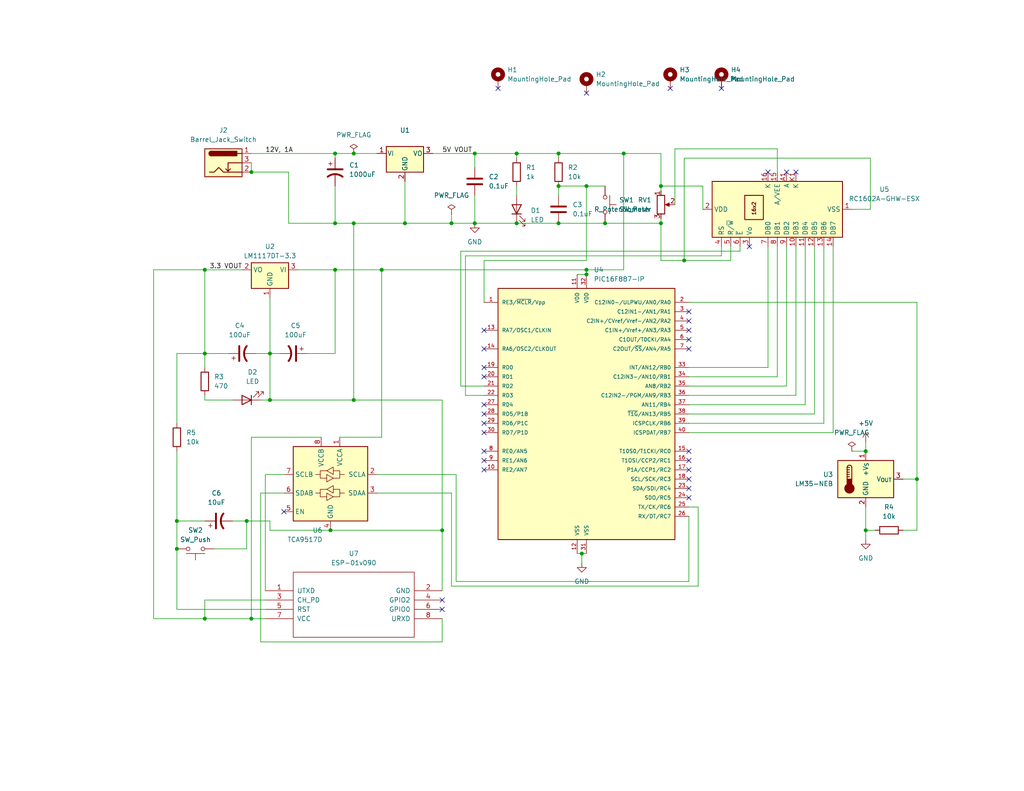
<source format=kicad_sch>
(kicad_sch (version 20250114) (generator "eeschema") (generator_version "9.0")
  (paper "USLetter")
  (title_block (title "Temperature Logger Circuit") (date "2025-07-15") (rev "1.0"))
  (lib_symbols
    (symbol "Connector:Barrel_Jack_Switch" (pin_names (hide yes))
      (property "Reference" "J" (at 0 5.334 0))
      (property "Value" "Barrel_Jack_Switch" (at 0 -5.08 0))
      (symbol "Barrel_Jack_Switch_0_1"
        (rectangle (start -5.08 3.81) (end 5.08 -3.81) (stroke (width 0.254)) (fill (type background)))
        (polyline (pts (xy -3.81 -2.54) (xy -2.54 -2.54) (xy -1.27 -1.27) (xy 0 -2.54) (xy 2.54 -2.54) (xy 5.08 -2.54)) (stroke (width 0.254)))
        (arc (start -3.302 1.905) (mid -3.9343 2.54) (end -3.302 3.175) (stroke (width 0.254)))
        (arc (start -3.302 1.905) (mid -3.9343 2.54) (end -3.302 3.175) (stroke (width 0.254)) (fill (type outline)))
        (polyline (pts (xy 1.27 -2.286) (xy 1.905 -1.651)) (stroke (width 0.254)))
        (rectangle (start 3.683 3.175) (end -3.302 1.905) (stroke (width 0.254)) (fill (type outline)))
        (polyline (pts (xy 5.08 2.54) (xy 3.81 2.54)) (stroke (width 0.254)))
        (polyline (pts (xy 5.08 0) (xy 1.27 0) (xy 1.27 -2.286) (xy 0.635 -1.651)) (stroke (width 0.254)))
      )
      (symbol "Barrel_Jack_Switch_1_1"
        (pin passive line (at 7.62 2.54 180) (length 2.54) (name "~") (number "1"))
        (pin passive line (at 7.62 0 180) (length 2.54) (name "~") (number "3"))
        (pin passive line (at 7.62 -2.54 180) (length 2.54) (name "~") (number "2"))
      )
    )
    (symbol "Device:C" (pin_numbers (hide yes)) (pin_names (offset 0.254))
      (property "Reference" "C" (at 0.635 2.54 0))
      (property "Value" "C" (at 0.635 -2.54 0))
      (symbol "C_0_1"
        (polyline (pts (xy -2.032 0.762) (xy 2.032 0.762)) (stroke (width 0.508)))
        (polyline (pts (xy -2.032 -0.762) (xy 2.032 -0.762)) (stroke (width 0.508)))
      )
      (symbol "C_1_1"
        (pin passive line (at 0 3.81 270) (length 2.794) (name "~") (number "1"))
        (pin passive line (at 0 -3.81 90) (length 2.794) (name "~") (number "2"))
      )
    )
    (symbol "Device:C_Polarized_US" (pin_numbers (hide yes)) (pin_names (offset 0.254) (hide yes))
      (property "Reference" "C" (at 0.635 2.54 0))
      (property "Value" "C_Polarized_US" (at 0.635 -2.54 0))
      (symbol "C_Polarized_US_0_1"
        (polyline (pts (xy -2.032 0.762) (xy 2.032 0.762)) (stroke (width 0.508)))
        (polyline (pts (xy -1.778 2.286) (xy -0.762 2.286)))
        (polyline (pts (xy -1.27 1.778) (xy -1.27 2.794)))
        (arc (start -2.032 -1.27) (mid 0 -0.5572) (end 2.032 -1.27) (stroke (width 0.508)))
      )
      (symbol "C_Polarized_US_1_1"
        (pin passive line (at 0 3.81 270) (length 2.794) (name "~") (number "1"))
        (pin passive line (at 0 -3.81 90) (length 3.302) (name "~") (number "2"))
      )
    )
    (symbol "Device:LED" (pin_numbers (hide yes)) (pin_names (offset 1.016) (hide yes))
      (property "Reference" "D" (at 0 2.54 0))
      (property "Value" "LED" (at 0 -2.54 0))
      (symbol "LED_0_1"
        (polyline (pts (xy -3.048 -0.762) (xy -4.572 -2.286) (xy -3.81 -2.286) (xy -4.572 -2.286) (xy -4.572 -1.524)))
        (polyline (pts (xy -1.778 -0.762) (xy -3.302 -2.286) (xy -2.54 -2.286) (xy -3.302 -2.286) (xy -3.302 -1.524)))
        (polyline (pts (xy -1.27 0) (xy 1.27 0)))
        (polyline (pts (xy -1.27 -1.27) (xy -1.27 1.27)) (stroke (width 0.254)))
        (polyline (pts (xy 1.27 -1.27) (xy 1.27 1.27) (xy -1.27 0) (xy 1.27 -1.27)) (stroke (width 0.254)))
      )
      (symbol "LED_1_1"
        (pin passive line (at -3.81 0 0) (length 2.54) (name "K") (number "1"))
        (pin passive line (at 3.81 0 180) (length 2.54) (name "A") (number "2"))
      )
    )
    (symbol "Device:R" (pin_numbers (hide yes)) (pin_names (offset 0))
      (property "Reference" "R" (at 2.032 0 90))
      (property "Value" "R" (at 0 0 90))
      (symbol "R_0_1"
        (rectangle (start -1.016 -2.54) (end 1.016 2.54) (stroke (width 0.254)))
      )
      (symbol "R_1_1"
        (pin passive line (at 0 3.81 270) (length 1.27) (name "~") (number "1"))
        (pin passive line (at 0 -3.81 90) (length 1.27) (name "~") (number "2"))
      )
    )
    (symbol "Device:R_Potentiometer" (pin_names (offset 1.016) (hide yes))
      (property "Reference" "RV" (at -4.445 0 90))
      (property "Value" "R_Potentiometer" (at -2.54 0 90))
      (symbol "R_Potentiometer_0_1"
        (rectangle (start 1.016 2.54) (end -1.016 -2.54) (stroke (width 0.254)))
        (polyline (pts (xy 1.143 0) (xy 2.286 0.508) (xy 2.286 -0.508) (xy 1.143 0)) (fill (type outline)))
        (polyline (pts (xy 2.54 0) (xy 1.524 0)))
      )
      (symbol "R_Potentiometer_1_1"
        (pin passive line (at 0 3.81 270) (length 1.27) (name "1") (number "1"))
        (pin passive line (at 0 -3.81 90) (length 1.27) (name "3") (number "3"))
        (pin passive line (at 3.81 0 180) (length 1.27) (name "2") (number "2"))
      )
    )
    (symbol "Display_Character:RC1602A-GHW-ESX"
      (property "Reference" "U" (at -5.842 19.05 0))
      (property "Value" "RC1602A-GHW-ESX" (at 3.81 19.05 0))
      (symbol "RC1602A-GHW-ESX_0_0"
        (rectangle (start -2.794 8.89) (end 3.81 3.81) (stroke (width 0.254)) (fill (type background)))
        (text "16x2" (at 0.254 6.35 0) (effects (font (size 0.9906 0.9906) (bold yes))))
      )
      (symbol "RC1602A-GHW-ESX_0_1"
        (rectangle (start -7.62 17.78) (end 7.62 -17.78) (stroke (width 0.254)) (fill (type background)))
      )
      (symbol "RC1602A-GHW-ESX_1_1"
        (pin input line (at -10.16 15.24 0) (length 2.54) (name "RS") (number "4"))
        (pin input line (at -10.16 12.7 0) (length 2.54) (name "R/~{W}") (number "5"))
        (pin input line (at -10.16 10.16 0) (length 2.54) (name "~{E}") (number "6"))
        (pin input line (at -10.16 7.62 0) (length 2.54) (name "Vo") (number "3"))
        (pin bidirectional line (at -10.16 2.54 0) (length 2.54) (name "DB0") (number "7"))
        (pin bidirectional line (at -10.16 0 0) (length 2.54) (name "DB1") (number "8"))
        (pin bidirectional line (at -10.16 -2.54 0) (length 2.54) (name "DB2") (number "9"))
        (pin bidirectional line (at -10.16 -5.08 0) (length 2.54) (name "DB3") (number "10"))
        (pin bidirectional line (at -10.16 -7.62 0) (length 2.54) (name "DB4") (number "11"))
        (pin bidirectional line (at -10.16 -10.16 0) (length 2.54) (name "DB5") (number "12"))
        (pin bidirectional line (at -10.16 -12.7 0) (length 2.54) (name "DB6") (number "13"))
        (pin bidirectional line (at -10.16 -15.24 0) (length 2.54) (name "DB7") (number "14"))
        (pin power_in line (at 0 20.32 270) (length 2.54) (name "VDD") (number "2"))
        (pin power_in line (at 0 -20.32 90) (length 2.54) (name "VSS") (number "1"))
        (pin passive line (at 10.16 2.54 180) (length 2.54) (name "K") (number "16"))
        (pin passive line (at 10.16 0 180) (length 2.54) (name "A/VEE") (number "15"))
        (pin passive line (at 10.16 -2.54 180) (length 2.54) (name "A") (number "A1"))
        (pin passive line (at 10.16 -5.08 180) (length 2.54) (name "K") (number "K1"))
      )
    )
    (symbol "ESP8266:ESP-01v090" (pin_names (offset 1.016))
      (property "Reference" "U" (at 0 -2.54 0))
      (property "Value" "ESP-01v090" (at 0 2.54 0))
      (symbol "ESP-01v090_1_0"
        (rectangle (start -16.51 -8.89) (end 16.51 8.89))
      )
      (symbol "ESP-01v090_1_1"
        (pin output line (at -24.13 3.81 0) (length 7.62) (name "UTXD") (number "1"))
        (pin input line (at -24.13 1.27 0) (length 7.62) (name "CH_PD") (number "3"))
        (pin input line (at -24.13 -1.27 0) (length 7.62) (name "RST") (number "5"))
        (pin power_in line (at -24.13 -3.81 0) (length 7.62) (name "VCC") (number "7"))
        (pin power_in line (at 24.13 3.81 180) (length 7.62) (name "GND") (number "2"))
        (pin tri_state line (at 24.13 1.27 180) (length 7.62) (name "GPIO2") (number "4"))
        (pin tri_state line (at 24.13 -1.27 180) (length 7.62) (name "GPIO0") (number "6"))
        (pin input line (at 24.13 -3.81 180) (length 7.62) (name "URXD") (number "8"))
      )
    )
    (symbol "Logic_LevelTranslator:TCA9517D"
      (property "Reference" "U" (at -10.16 11.43 0))
      (property "Value" "TCA9517D" (at 1.27 -11.43 0))
      (symbol "TCA9517D_1_1"
        (rectangle (start -10.16 10.16) (end 10.16 -10.16) (stroke (width 0.254)) (fill (type background)))
        (polyline (pts (xy -2.54 2.54) (xy -2.54 3.556) (xy -0.762 3.556)))
        (polyline (pts (xy -2.54 -2.54) (xy -2.54 -1.524) (xy -0.762 -1.524)))
        (polyline (pts (xy -0.762 2.54) (xy -0.762 4.572) (xy 1.016 3.556) (xy -0.762 2.54)))
        (polyline (pts (xy -0.762 1.524) (xy -2.54 1.524) (xy -2.54 2.54) (xy -3.81 2.54)))
        (polyline (pts (xy -0.762 -2.54) (xy -0.762 -0.508) (xy 1.016 -1.524) (xy -0.762 -2.54)))
        (polyline (pts (xy -0.762 -3.556) (xy -2.54 -3.556) (xy -2.54 -2.54) (xy -3.81 -2.54)))
        (polyline (pts (xy 1.016 3.556) (xy 2.794 3.556) (xy 2.794 2.54) (xy 4.064 2.54)))
        (polyline (pts (xy 1.016 2.54) (xy 1.016 0.762) (xy 1.016 0.508) (xy -0.762 1.524) (xy 1.016 2.54)))
        (polyline (pts (xy 1.016 -1.524) (xy 2.794 -1.524) (xy 2.794 -2.54) (xy 4.064 -2.54)))
        (polyline (pts (xy 1.016 -2.54) (xy 1.016 -4.318) (xy 1.016 -4.572) (xy -0.762 -3.556) (xy 1.016 -2.54)))
        (polyline (pts (xy 2.794 2.54) (xy 2.794 1.524) (xy 1.016 1.524)))
        (polyline (pts (xy 2.794 -2.54) (xy 2.794 -3.556) (xy 1.016 -3.556)))
        (pin bidirectional line (at -12.7 2.54 0) (length 2.54) (name "SCLA") (number "2"))
        (pin bidirectional line (at -12.7 -2.54 0) (length 2.54) (name "SDAA") (number "3"))
        (pin power_in line (at -2.54 12.7 270) (length 2.54) (name "VCCA") (number "1"))
        (pin power_in line (at 0 -12.7 90) (length 2.54) (name "GND") (number "4"))
        (pin power_in line (at 2.54 12.7 270) (length 2.54) (name "VCCB") (number "8"))
        (pin bidirectional line (at 12.7 2.54 180) (length 2.54) (name "SCLB") (number "7"))
        (pin bidirectional line (at 12.7 -2.54 180) (length 2.54) (name "SDAB") (number "6"))
        (pin passive line (at 12.7 -7.62 180) (length 2.54) (name "EN") (number "5"))
      )
    )
    (symbol "MCU_Microchip_PIC16:PIC16F887-IP" (pin_names (offset 1.016))
      (property "Reference" "U" (at 6.35 38.1 0))
      (property "Value" "PIC16F887-IP" (at 6.35 35.56 0))
      (symbol "PIC16F887-IP_0_1"
        (rectangle (start -24.13 -34.29) (end 24.13 34.29) (stroke (width 0.254)) (fill (type background)))
      )
      (symbol "PIC16F887-IP_1_1"
        (pin input line (at -27.94 30.48 0) (length 3.81) (name "RE3/~{MCLR}/Vpp") (number "1"))
        (pin bidirectional line (at -27.94 22.86 0) (length 3.81) (name "RA7/OSC1/CLKIN") (number "13"))
        (pin bidirectional line (at -27.94 17.78 0) (length 3.81) (name "RA6/OSC2/CLKOUT") (number "14"))
        (pin bidirectional line (at -27.94 12.7 0) (length 3.81) (name "RD0") (number "19"))
        (pin bidirectional line (at -27.94 10.16 0) (length 3.81) (name "RD1") (number "20"))
        (pin bidirectional line (at -27.94 7.62 0) (length 3.81) (name "RD2") (number "21"))
        (pin bidirectional line (at -27.94 5.08 0) (length 3.81) (name "RD3") (number "22"))
        (pin bidirectional line (at -27.94 2.54 0) (length 3.81) (name "RD4") (number "27"))
        (pin bidirectional line (at -27.94 0 0) (length 3.81) (name "RD5/P1B") (number "28"))
        (pin bidirectional line (at -27.94 -2.54 0) (length 3.81) (name "RD6/P1C") (number "29"))
        (pin bidirectional line (at -27.94 -5.08 0) (length 3.81) (name "RD7/P1D") (number "30"))
        (pin bidirectional line (at -27.94 -10.16 0) (length 3.81) (name "RE0/AN5") (number "8"))
        (pin bidirectional line (at -27.94 -12.7 0) (length 3.81) (name "RE1/AN6") (number "9"))
        (pin bidirectional line (at -27.94 -15.24 0) (length 3.81) (name "RE2/AN7") (number "10"))
        (pin power_in line (at -2.54 38.1 270) (length 3.81) (name "VDD") (number "11"))
        (pin power_in line (at -2.54 -38.1 90) (length 3.81) (name "VSS") (number "12"))
        (pin power_in line (at 0 38.1 270) (length 3.81) (name "VDD") (number "32"))
        (pin power_in line (at 0 -38.1 90) (length 3.81) (name "VSS") (number "31"))
        (pin bidirectional line (at 27.94 30.48 180) (length 3.81) (name "C12IN0-/ULPWU/AN0/RA0") (number "2"))
        (pin bidirectional line (at 27.94 27.94 180) (length 3.81) (name "C12IN1-/AN1/RA1") (number "3"))
        (pin bidirectional line (at 27.94 25.4 180) (length 3.81) (name "C2IN+/CVref/Vref-/AN2/RA2") (number "4"))
        (pin bidirectional line (at 27.94 22.86 180) (length 3.81) (name "C1IN+/Vref+/AN3/RA3") (number "5"))
        (pin bidirectional line (at 27.94 20.32 180) (length 3.81) (name "C1OUT/T0CKI/RA4") (number "6"))
        (pin bidirectional line (at 27.94 17.78 180) (length 3.81) (name "C2OUT/~{SS}/AN4/RA5") (number "7"))
        (pin bidirectional line (at 27.94 12.7 180) (length 3.81) (name "INT/AN12/RB0") (number "33"))
        (pin bidirectional line (at 27.94 10.16 180) (length 3.81) (name "C12IN3-/AN10/RB1") (number "34"))
        (pin bidirectional line (at 27.94 7.62 180) (length 3.81) (name "AN8/RB2") (number "35"))
        (pin bidirectional line (at 27.94 5.08 180) (length 3.81) (name "C12IN2-/PGM/AN9/RB3") (number "36"))
        (pin bidirectional line (at 27.94 2.54 180) (length 3.81) (name "AN11/RB4") (number "37"))
        (pin bidirectional line (at 27.94 0 180) (length 3.81) (name "~{T1G}/AN13/RB5") (number "38"))
        (pin bidirectional line (at 27.94 -2.54 180) (length 3.81) (name "ICSPCLK/RB6") (number "39"))
        (pin bidirectional line (at 27.94 -5.08 180) (length 3.81) (name "ICSPDAT/RB7") (number "40"))
        (pin bidirectional line (at 27.94 -10.16 180) (length 3.81) (name "T10S0/T1CKI/RC0") (number "15"))
        (pin bidirectional line (at 27.94 -12.7 180) (length 3.81) (name "T1OSI/CCP2/RC1") (number "16"))
        (pin bidirectional line (at 27.94 -15.24 180) (length 3.81) (name "P1A/CCP1/RC2") (number "17"))
        (pin bidirectional line (at 27.94 -17.78 180) (length 3.81) (name "SCL/SCK/RC3") (number "18"))
        (pin bidirectional line (at 27.94 -20.32 180) (length 3.81) (name "SDA/SDI/RC4") (number "23"))
        (pin bidirectional line (at 27.94 -22.86 180) (length 3.81) (name "SDO/RC5") (number "24"))
        (pin bidirectional line (at 27.94 -25.4 180) (length 3.81) (name "TX/CK/RC6") (number "25"))
        (pin bidirectional line (at 27.94 -27.94 180) (length 3.81) (name "RX/DT/RC7") (number "26"))
      )
    )
    (symbol "Mechanical:MountingHole_Pad" (pin_numbers (hide yes)) (pin_names (offset 1.016) (hide yes)) (in_bom no)
      (property "Reference" "H" (at 0 6.35 0))
      (property "Value" "MountingHole_Pad" (at 0 4.445 0))
      (symbol "MountingHole_Pad_0_1"
        (circle (center 0 1.27) (radius 1.27) (stroke (width 1.27)))
      )
      (symbol "MountingHole_Pad_1_1"
        (pin input line (at 0 -2.54 90) (length 2.54) (name "1") (number "1"))
      )
    )
    (symbol "Regulator_Linear:LM1117DT-3.3"
      (property "Reference" "U" (at -3.81 3.175 0))
      (property "Value" "LM1117DT-3.3" (at 0 3.175 0))
      (symbol "LM1117DT-3.3_0_1"
        (rectangle (start -5.08 -5.08) (end 5.08 1.905) (stroke (width 0.254)) (fill (type background)))
      )
      (symbol "LM1117DT-3.3_1_1"
        (pin power_in line (at -7.62 0 0) (length 2.54) (name "VI") (number "3"))
        (pin power_in line (at 0 -7.62 90) (length 2.54) (name "GND") (number "1"))
        (pin power_out line (at 7.62 0 180) (length 2.54) (name "VO") (number "2"))
      )
    )
    (symbol "Regulator_Linear:LM7805_TO220" (pin_names (offset 0.254))
      (property "Reference" "U" (at -3.81 3.175 0))
      (property "Value" "LM7805_TO220" (at 0 3.175 0))
      (symbol "LM7805_TO220_0_1"
        (rectangle (start -5.08 1.905) (end 5.08 -5.08) (stroke (width 0.254)) (fill (type background)))
      )
      (symbol "LM7805_TO220_1_1"
        (pin power_in line (at -7.62 0 0) (length 2.54) (name "VI") (number "1"))
        (pin power_in line (at 0 -7.62 90) (length 2.54) (name "GND") (number "2"))
        (pin power_out line (at 7.62 0 180) (length 2.54) (name "VO") (number "3"))
      )
    )
    (symbol "Sensor_Temperature:LM35-NEB"
      (property "Reference" "U" (at -6.35 6.35 0))
      (property "Value" "LM35-NEB" (at 1.27 6.35 0))
      (symbol "LM35-NEB_0_1"
        (rectangle (start -7.62 5.08) (end 7.62 -5.08) (stroke (width 0.254)) (fill (type background)))
        (polyline (pts (xy -5.08 3.175) (xy -5.08 0)) (stroke (width 0.254)))
        (polyline (pts (xy -5.08 3.175) (xy -4.445 3.175)) (stroke (width 0.254)))
        (polyline (pts (xy -5.08 2.54) (xy -4.445 2.54)) (stroke (width 0.254)))
        (polyline (pts (xy -5.08 1.905) (xy -4.445 1.905)) (stroke (width 0.254)))
        (polyline (pts (xy -5.08 1.27) (xy -4.445 1.27)) (stroke (width 0.254)))
        (polyline (pts (xy -5.08 0.635) (xy -4.445 0.635)) (stroke (width 0.254)))
        (arc (start -5.08 3.175) (mid -4.445 3.8073) (end -3.81 3.175) (stroke (width 0.254)))
        (circle (center -4.445 -2.54) (radius 1.27) (stroke (width 0.254)) (fill (type outline)))
        (polyline (pts (xy -3.81 3.175) (xy -3.81 0)) (stroke (width 0.254)))
        (rectangle (start -3.81 -1.905) (end -5.08 0) (stroke (width 0.254)) (fill (type outline)))
      )
      (symbol "LM35-NEB_1_1"
        (pin power_in line (at 0 7.62 270) (length 2.54) (name "+V_{S}") (number "1"))
        (pin power_in line (at 0 -7.62 90) (length 2.54) (name "GND") (number "2"))
        (pin output line (at 10.16 0 180) (length 2.54) (name "V_{OUT}") (number "3"))
      )
    )
    (symbol "Switch:SW_Push" (pin_numbers (hide yes)) (pin_names (offset 1.016) (hide yes))
      (property "Reference" "SW" (at 1.27 2.54 0))
      (property "Value" "SW_Push" (at 0 -1.524 0))
      (symbol "SW_Push_0_1"
        (circle (center -2.032 0) (radius 0.508))
        (polyline (pts (xy 0 1.27) (xy 0 3.048)))
        (circle (center 2.032 0) (radius 0.508))
        (polyline (pts (xy 2.54 1.27) (xy -2.54 1.27)))
        (pin passive line (at -5.08 0 0) (length 2.54) (name "1") (number "1"))
        (pin passive line (at 5.08 0 180) (length 2.54) (name "2") (number "2"))
      )
    )
    (symbol "power:+5V" (power) (pin_numbers (hide yes)) (pin_names (offset 0) (hide yes))
      (property "Value" "+5V" (at 0 3.556 0))
      (symbol "+5V_0_1"
        (polyline (pts (xy -0.762 1.27) (xy 0 2.54)))
        (polyline (pts (xy 0 2.54) (xy 0.762 1.27)))
        (polyline (pts (xy 0 0) (xy 0 2.54)))
      )
      (symbol "+5V_1_1"
        (pin power_in line (at 0 0 90) (length 0) (name "~") (number "1"))
      )
    )
    (symbol "power:GND" (power) (pin_numbers (hide yes)) (pin_names (offset 0) (hide yes))
      (property "Value" "GND" (at 0 -3.81 0))
      (symbol "GND_0_1"
        (polyline (pts (xy 0 0) (xy 0 -1.27) (xy 1.27 -1.27) (xy 0 -2.54) (xy -1.27 -1.27) (xy 0 -1.27)))
      )
      (symbol "GND_1_1"
        (pin power_in line (at 0 0 270) (length 0) (name "~") (number "1"))
      )
    )
    (symbol "power:PWR_FLAG" (power) (pin_numbers (hide yes)) (pin_names (offset 0) (hide yes))
      (property "Value" "PWR_FLAG" (at 0 3.81 0))
      (symbol "PWR_FLAG_0_0"
        (pin power_out line (at 0 0 90) (length 0) (name "~") (number "1"))
      )
      (symbol "PWR_FLAG_0_1"
        (polyline (pts (xy 0 0) (xy 0 1.27) (xy -1.016 1.905) (xy 0 2.54) (xy 1.016 1.905) (xy 0 1.27)))
      )
    )
  )
  (junction (at 129.54 60.96))
  (junction (at 55.88 168.91))
  (junction (at 129.54 41.91))
  (junction (at 236.22 144.78))
  (junction (at 91.44 41.91))
  (junction (at 67.31 142.24))
  (junction (at 120.65 144.78))
  (junction (at 152.4 50.8))
  (junction (at 96.52 60.96))
  (junction (at 90.17 144.78))
  (junction (at 91.44 73.66))
  (junction (at 73.66 109.22))
  (junction (at 140.97 60.96))
  (junction (at 96.52 109.22))
  (junction (at 110.49 60.96))
  (junction (at 55.88 96.52))
  (junction (at 250.19 130.81))
  (junction (at 96.52 41.91))
  (junction (at 91.44 60.96))
  (junction (at 236.22 123.19))
  (junction (at 152.4 41.91))
  (junction (at 160.02 73.66))
  (junction (at 68.58 168.91))
  (junction (at 73.66 96.52))
  (junction (at 68.58 46.99))
  (junction (at 170.18 41.91))
  (junction (at 48.26 149.86))
  (junction (at 123.19 60.96))
  (junction (at 140.97 41.91))
  (junction (at 186.69 71.12))
  (junction (at 104.14 73.66))
  (junction (at 158.75 151.13))
  (junction (at 48.26 142.24))
  (junction (at 160.02 74.93))
  (junction (at 160.02 50.8))
  (junction (at 55.88 73.66))
  (junction (at 180.34 50.8))
  (junction (at 165.1 60.96))
  (junction (at 180.34 60.96))
  (junction (at 152.4 60.96))
  (no_connect (at 187.96 125.73))
  (no_connect (at 77.47 139.7))
  (no_connect (at 132.08 128.27))
  (no_connect (at 187.96 85.09))
  (no_connect (at 217.17 46.99))
  (no_connect (at 132.08 95.25))
  (no_connect (at 132.08 90.17))
  (no_connect (at 132.08 110.49))
  (no_connect (at 120.65 163.83))
  (no_connect (at 196.85 24.13))
  (no_connect (at 214.63 46.99))
  (no_connect (at 132.08 115.57))
  (no_connect (at 132.08 100.33))
  (no_connect (at 187.96 135.89))
  (no_connect (at 135.89 24.13))
  (no_connect (at 209.55 46.99))
  (no_connect (at 187.96 87.63))
  (no_connect (at 187.96 130.81))
  (no_connect (at 187.96 95.25))
  (no_connect (at 187.96 133.35))
  (no_connect (at 132.08 102.87))
  (no_connect (at 132.08 123.19))
  (no_connect (at 187.96 92.71))
  (no_connect (at 132.08 118.11))
  (no_connect (at 187.96 90.17))
  (no_connect (at 187.96 128.27))
  (no_connect (at 160.02 25.4))
  (no_connect (at 182.88 24.13))
  (no_connect (at 120.65 166.37))
  (no_connect (at 204.47 67.31))
  (no_connect (at 187.96 123.19))
  (no_connect (at 132.08 125.73))
  (no_connect (at 132.08 113.03))
  (wire (pts (xy 68.58 41.91) (xy 91.44 41.91)))
  (wire (pts (xy 187.96 82.55) (xy 250.19 82.55)))
  (wire (pts (xy 71.12 175.26) (xy 120.65 175.26)))
  (wire (pts (xy 110.49 60.96) (xy 96.52 60.96)))
  (wire (pts (xy 246.38 144.78) (xy 250.19 144.78)))
  (wire (pts (xy 214.63 105.41) (xy 187.96 105.41)))
  (wire (pts (xy 123.19 60.96) (xy 110.49 60.96)))
  (wire (pts (xy 91.44 96.52) (xy 83.82 96.52)))
  (wire (pts (xy 180.34 50.8) (xy 180.34 41.91)))
  (wire (pts (xy 222.25 67.31) (xy 222.25 113.03)))
  (wire (pts (xy 120.65 144.78) (xy 120.65 161.29)))
  (wire (pts (xy 224.79 67.31) (xy 224.79 115.57)))
  (wire (pts (xy 170.18 73.66) (xy 170.18 41.91)))
  (wire (pts (xy 71.12 134.62) (xy 71.12 175.26)))
  (wire (pts (xy 55.88 73.66) (xy 55.88 96.52)))
  (wire (pts (xy 127 69.85) (xy 196.85 69.85)))
  (wire (pts (xy 237.49 57.15) (xy 232.41 57.15)))
  (wire (pts (xy 160.02 50.8) (xy 165.1 50.8)))
  (wire (pts (xy 152.4 50.8) (xy 160.02 50.8)))
  (wire (pts (xy 78.74 46.99) (xy 78.74 60.96)))
  (wire (pts (xy 73.66 109.22) (xy 96.52 109.22)))
  (wire (pts (xy 72.39 161.29) (xy 72.39 129.54)))
  (wire (pts (xy 227.33 118.11) (xy 187.96 118.11)))
  (wire (pts (xy 238.76 144.78) (xy 236.22 144.78)))
  (wire (pts (xy 152.4 41.91) (xy 140.97 41.91)))
  (wire (pts (xy 96.52 60.96) (xy 91.44 60.96)))
  (wire (pts (xy 201.93 67.31) (xy 201.93 68.58)))
  (wire (pts (xy 186.69 43.18) (xy 237.49 43.18)))
  (wire (pts (xy 125.73 105.41) (xy 125.73 68.58)))
  (wire (pts (xy 91.44 60.96) (xy 78.74 60.96)))
  (wire (pts (xy 152.4 50.8) (xy 152.4 53.34)))
  (wire (pts (xy 123.19 134.62) (xy 123.19 160.02)))
  (wire (pts (xy 127 107.95) (xy 132.08 107.95)))
  (wire (pts (xy 160.02 71.12) (xy 132.08 71.12)))
  (wire (pts (xy 232.41 123.19) (xy 236.22 123.19)))
  (wire (pts (xy 41.91 168.91) (xy 41.91 73.66)))
  (wire (pts (xy 132.08 71.12) (xy 132.08 82.55)))
  (wire (pts (xy 222.25 113.03) (xy 187.96 113.03)))
  (wire (pts (xy 187.96 140.97) (xy 187.96 158.75)))
  (wire (pts (xy 187.96 158.75) (xy 124.46 158.75)))
  (wire (pts (xy 199.39 71.12) (xy 186.69 71.12)))
  (wire (pts (xy 48.26 96.52) (xy 48.26 115.57)))
  (wire (pts (xy 55.88 96.52) (xy 62.23 96.52)))
  (wire (pts (xy 123.19 60.96) (xy 129.54 60.96)))
  (wire (pts (xy 184.15 40.64) (xy 184.15 55.88)))
  (wire (pts (xy 191.77 57.15) (xy 191.77 50.8)))
  (wire (pts (xy 48.26 142.24) (xy 55.88 142.24)))
  (wire (pts (xy 219.71 110.49) (xy 187.96 110.49)))
  (wire (pts (xy 212.09 40.64) (xy 184.15 40.64)))
  (wire (pts (xy 190.5 160.02) (xy 190.5 138.43)))
  (wire (pts (xy 41.91 73.66) (xy 55.88 73.66)))
  (wire (pts (xy 224.79 115.57) (xy 187.96 115.57)))
  (wire (pts (xy 91.44 43.18) (xy 91.44 41.91)))
  (wire (pts (xy 68.58 46.99) (xy 78.74 46.99)))
  (wire (pts (xy 73.66 96.52) (xy 76.2 96.52)))
  (wire (pts (xy 237.49 43.18) (xy 237.49 57.15)))
  (wire (pts (xy 73.66 81.28) (xy 73.66 96.52)))
  (wire (pts (xy 129.54 60.96) (xy 140.97 60.96)))
  (wire (pts (xy 160.02 50.8) (xy 160.02 71.12)))
  (wire (pts (xy 91.44 73.66) (xy 91.44 96.52)))
  (wire (pts (xy 120.65 175.26) (xy 120.65 168.91)))
  (wire (pts (xy 120.65 109.22) (xy 96.52 109.22)))
  (wire (pts (xy 55.88 163.83) (xy 55.88 168.91)))
  (wire (pts (xy 180.34 41.91) (xy 170.18 41.91)))
  (wire (pts (xy 160.02 73.66) (xy 160.02 74.93)))
  (wire (pts (xy 67.31 149.86) (xy 67.31 142.24)))
  (wire (pts (xy 110.49 49.53) (xy 110.49 60.96)))
  (wire (pts (xy 91.44 41.91) (xy 96.52 41.91)))
  (wire (pts (xy 123.19 58.42) (xy 123.19 60.96)))
  (wire (pts (xy 123.19 160.02) (xy 190.5 160.02)))
  (wire (pts (xy 72.39 168.91) (xy 68.58 168.91)))
  (wire (pts (xy 104.14 73.66) (xy 160.02 73.66)))
  (wire (pts (xy 180.34 60.96) (xy 165.1 60.96)))
  (wire (pts (xy 250.19 82.55) (xy 250.19 130.81)))
  (wire (pts (xy 102.87 134.62) (xy 123.19 134.62)))
  (wire (pts (xy 55.88 109.22) (xy 55.88 107.95)))
  (wire (pts (xy 73.66 142.24) (xy 73.66 144.78)))
  (wire (pts (xy 96.52 41.91) (xy 102.87 41.91)))
  (wire (pts (xy 55.88 168.91) (xy 41.91 168.91)))
  (wire (pts (xy 127 69.85) (xy 127 107.95)))
  (wire (pts (xy 180.34 52.07) (xy 180.34 50.8)))
  (wire (pts (xy 214.63 67.31) (xy 214.63 105.41)))
  (wire (pts (xy 48.26 166.37) (xy 48.26 149.86)))
  (wire (pts (xy 140.97 43.18) (xy 140.97 41.91)))
  (wire (pts (xy 160.02 73.66) (xy 170.18 73.66)))
  (wire (pts (xy 48.26 142.24) (xy 48.26 149.86)))
  (wire (pts (xy 55.88 96.52) (xy 55.88 100.33)))
  (wire (pts (xy 160.02 151.13) (xy 158.75 151.13)))
  (wire (pts (xy 180.34 50.8) (xy 191.77 50.8)))
  (wire (pts (xy 236.22 144.78) (xy 236.22 147.32)))
  (wire (pts (xy 104.14 119.38) (xy 104.14 73.66)))
  (wire (pts (xy 209.55 100.33) (xy 187.96 100.33)))
  (wire (pts (xy 68.58 168.91) (xy 55.88 168.91)))
  (wire (pts (xy 48.26 123.19) (xy 48.26 142.24)))
  (wire (pts (xy 96.52 109.22) (xy 96.52 60.96)))
  (wire (pts (xy 152.4 60.96) (xy 165.1 60.96)))
  (wire (pts (xy 58.42 149.86) (xy 67.31 149.86)))
  (wire (pts (xy 81.28 73.66) (xy 91.44 73.66)))
  (wire (pts (xy 125.73 68.58) (xy 201.93 68.58)))
  (wire (pts (xy 118.11 41.91) (xy 129.54 41.91)))
  (wire (pts (xy 199.39 67.31) (xy 199.39 71.12)))
  (wire (pts (xy 152.4 43.18) (xy 152.4 41.91)))
  (wire (pts (xy 186.69 71.12) (xy 186.69 43.18)))
  (wire (pts (xy 67.31 142.24) (xy 73.66 142.24)))
  (wire (pts (xy 87.63 119.38) (xy 68.58 119.38)))
  (wire (pts (xy 68.58 44.45) (xy 68.58 46.99)))
  (wire (pts (xy 190.5 138.43) (xy 187.96 138.43)))
  (wire (pts (xy 180.34 59.69) (xy 180.34 60.96)))
  (wire (pts (xy 55.88 96.52) (xy 48.26 96.52)))
  (wire (pts (xy 124.46 129.54) (xy 102.87 129.54)))
  (wire (pts (xy 227.33 67.31) (xy 227.33 118.11)))
  (wire (pts (xy 125.73 105.41) (xy 132.08 105.41)))
  (wire (pts (xy 90.17 144.78) (xy 120.65 144.78)))
  (wire (pts (xy 212.09 67.31) (xy 212.09 102.87)))
  (wire (pts (xy 72.39 163.83) (xy 55.88 163.83)))
  (wire (pts (xy 73.66 144.78) (xy 90.17 144.78)))
  (wire (pts (xy 140.97 60.96) (xy 152.4 60.96)))
  (wire (pts (xy 129.54 53.34) (xy 129.54 60.96)))
  (wire (pts (xy 180.34 71.12) (xy 186.69 71.12)))
  (wire (pts (xy 72.39 129.54) (xy 77.47 129.54)))
  (wire (pts (xy 91.44 50.8) (xy 91.44 60.96)))
  (wire (pts (xy 219.71 67.31) (xy 219.71 110.49)))
  (wire (pts (xy 140.97 50.8) (xy 140.97 53.34)))
  (wire (pts (xy 71.12 109.22) (xy 73.66 109.22)))
  (wire (pts (xy 129.54 41.91) (xy 129.54 45.72)))
  (wire (pts (xy 77.47 134.62) (xy 71.12 134.62)))
  (wire (pts (xy 91.44 73.66) (xy 104.14 73.66)))
  (wire (pts (xy 217.17 67.31) (xy 217.17 107.95)))
  (wire (pts (xy 73.66 109.22) (xy 73.66 96.52)))
  (wire (pts (xy 158.75 151.13) (xy 158.75 153.67)))
  (wire (pts (xy 67.31 142.24) (xy 63.5 142.24)))
  (wire (pts (xy 124.46 158.75) (xy 124.46 129.54)))
  (wire (pts (xy 209.55 67.31) (xy 209.55 100.33)))
  (wire (pts (xy 55.88 73.66) (xy 66.04 73.66)))
  (wire (pts (xy 250.19 130.81) (xy 246.38 130.81)))
  (wire (pts (xy 63.5 109.22) (xy 55.88 109.22)))
  (wire (pts (xy 236.22 138.43) (xy 236.22 144.78)))
  (wire (pts (xy 120.65 144.78) (xy 120.65 109.22)))
  (wire (pts (xy 140.97 41.91) (xy 129.54 41.91)))
  (wire (pts (xy 212.09 46.99) (xy 212.09 40.64)))
  (wire (pts (xy 236.22 120.65) (xy 236.22 123.19)))
  (wire (pts (xy 92.71 119.38) (xy 104.14 119.38)))
  (wire (pts (xy 250.19 144.78) (xy 250.19 130.81)))
  (wire (pts (xy 68.58 119.38) (xy 68.58 168.91)))
  (wire (pts (xy 157.48 151.13) (xy 158.75 151.13)))
  (wire (pts (xy 69.85 96.52) (xy 73.66 96.52)))
  (wire (pts (xy 180.34 60.96) (xy 180.34 71.12)))
  (wire (pts (xy 152.4 41.91) (xy 170.18 41.91)))
  (wire (pts (xy 72.39 166.37) (xy 48.26 166.37)))
  (wire (pts (xy 196.85 67.31) (xy 196.85 69.85)))
  (wire (pts (xy 217.17 107.95) (xy 187.96 107.95)))
  (wire (pts (xy 212.09 102.87) (xy 187.96 102.87)))
  (wire (pts (xy 157.48 74.93) (xy 160.02 74.93)))
  (label "3.3 VOUT" (at 57.15 73.66 0))
  (label "5V VOUT" (at 120.65 41.91 0))
  (label "12V, 1A" (at 72.39 41.91 0))
  (symbol (lib_id "Logic_LevelTranslator:TCA9517D") (at 90.17 132.08 0) (mirror y) (unit 1)
    (property "Reference" "U6" (at 88.0267 144.78 0) (effects (justify left)))
    (property "Value" "TCA9517D" (at 88.0267 147.32 0) (effects (justify left)))
    (property "Footprint" "Package_SO:SOIC-8_3.9x4.9mm_P1.27mm" (effects (hide yes)))
    (property "Datasheet" "https://www.ti.com/lit/ds/symlink/tca9517.pdf" (effects (hide yes)))
    (property "Description" "Level-Translating I2C Bus Buffer/Repeater With Enable Function, SOIC-8" (effects (hide yes)))
  )
  (symbol (lib_id "Mechanical:MountingHole_Pad") (at 160.02 22.86 0) (unit 1) (in_bom no)
    (property "Reference" "H2" (at 162.56 20.3199 0) (effects (justify left)))
    (property "Value" "MountingHole_Pad" (at 162.56 22.8599 0) (effects (justify left)))
    (property "Footprint" "MountingHole:MountingHole_3.2mm_M3_DIN965_Pad" (effects (hide yes)))
    (property "Description" "Mounting Hole with connection" (effects (hide yes)))
  )
  (symbol (lib_id "Mechanical:MountingHole_Pad") (at 135.89 21.59 0) (unit 1) (in_bom no)
    (property "Reference" "H1" (at 138.43 19.0499 0) (effects (justify left)))
    (property "Value" "MountingHole_Pad" (at 138.43 21.5899 0) (effects (justify left)))
    (property "Footprint" "MountingHole:MountingHole_3.2mm_M3_DIN965_Pad" (effects (hide yes)))
    (property "Description" "Mounting Hole with connection" (effects (hide yes)))
  )
  (symbol (lib_id "ESP8266:ESP-01v090") (at 96.52 165.1 0) (unit 1)
    (property "Reference" "U7" (at 96.52 151.13 0))
    (property "Value" "ESP-01v090" (at 96.52 153.67 0))
    (property "Footprint" "ESP8266:ESP-01" (effects (hide yes)))
    (property "Datasheet" "http://l0l.org.uk/2014/12/esp8266-modules-hardware-guide-gotta-catch-em-all/" (effects (hide yes)))
    (property "Description" "ESP8266 ESP-01 module, v090" (effects (hide yes)))
  )
  (symbol (lib_id "Device:C_Polarized_US") (at 66.04 96.52 90) (unit 1)
    (property "Reference" "C4" (at 65.405 88.9 90))
    (property "Value" "100uF" (at 65.405 91.44 90))
    (property "Footprint" "Capacitor_THT:CP_Axial_L10.0mm_D4.5mm_P15.00mm_Horizontal" (effects (hide yes)))
    (property "Description" "Polarized capacitor, US symbol" (effects (hide yes)))
  )
  (symbol (lib_id "Switch:SW_Push") (at 165.1 55.88 270) (unit 1)
    (property "Reference" "SW1" (at 168.91 54.6099 90) (effects (justify left)))
    (property "Value" "SW_Push" (at 168.91 57.1499 90) (effects (justify left)))
    (property "Footprint" "Button_Switch_THT:SW_PUSH_6mm_H4.3mm" (effects (hide yes)))
    (property "Description" "Push button switch, generic, two pins" (effects (hide yes)))
  )
  (symbol (lib_id "power:PWR_FLAG") (at 232.41 123.19 0) (unit 1)
    (property "Reference" "#FLG03" (effects (hide yes)))
    (property "Value" "PWR_FLAG" (at 232.41 118.11 0))
    (property "Description" "Special symbol for telling ERC where power comes from" (effects (hide yes)))
  )
  (symbol (lib_id "power:PWR_FLAG") (at 96.52 41.91 0) (unit 1)
    (property "Reference" "#FLG01" (effects (hide yes)))
    (property "Value" "PWR_FLAG" (at 96.52 36.83 0))
    (property "Description" "Special symbol for telling ERC where power comes from" (effects (hide yes)))
  )
  (symbol (lib_id "Regulator_Linear:LM1117DT-3.3") (at 73.66 73.66 0) (mirror y) (unit 1)
    (property "Reference" "U2" (at 73.66 67.31 0))
    (property "Value" "LM1117DT-3.3" (at 73.66 69.85 0))
    (property "Footprint" "Package_TO_SOT_SMD:TO-252-3_TabPin2" (effects (hide yes)))
    (property "Datasheet" "http://www.ti.com/lit/ds/symlink/lm1117.pdf" (effects (hide yes)))
    (property "Description" "800mA Low-Dropout Linear Regulator, 3.3V fixed output, TO-252" (effects (hide yes)))
  )
  (symbol (lib_id "power:GND") (at 236.22 147.32 0) (unit 1)
    (property "Reference" "#PWR03" (effects (hide yes)))
    (property "Value" "GND" (at 236.22 152.4 0))
    (property "Description" "Power symbol creates a global label with name \"GND\" , ground" (effects (hide yes)))
  )
  (symbol (lib_id "Display_Character:RC1602A-GHW-ESX") (at 212.09 57.15 90) (unit 1)
    (property "Reference" "U5" (at 241.3 51.7046 90))
    (property "Value" "RC1602A-GHW-ESX" (at 241.3 54.2446 90))
    (property "Footprint" "Display:RC1602A" (effects (hide yes)))
    (property "Datasheet" "http://www.raystar-optronics.com/down.php?ProID=18" (effects (hide yes)))
    (property "Description" "LCD 16x2 Alphanumeric 16pin Gray Backlight" (effects (hide yes)))
  )
  (symbol (lib_id "Regulator_Linear:LM7805_TO220") (at 110.49 41.91 0) (unit 1)
    (property "Reference" "U1" (at 110.49 35.56 0))
    (property "Value" "LM7805_TO220" (effects (hide yes)))
    (property "Footprint" "Package_TO_SOT_THT:TO-220-3_Vertical" (effects (hide yes)))
    (property "Datasheet" "https://www.onsemi.cn/PowerSolutions/document/MC7800-D.PDF" (effects (hide yes)))
    (property "Description" "Positive 1A 35V Linear Regulator, Fixed Output 5V, TO-220" (effects (hide yes)))
  )
  (symbol (lib_id "MCU_Microchip_PIC16:PIC16F887-IP") (at 160.02 113.03 0) (unit 1)
    (property "Reference" "U4" (at 161.9886 73.66 0) (effects (justify left)))
    (property "Value" "PIC16F887-IP" (at 161.9886 76.2 0) (effects (justify left)))
    (property "Footprint" "Package_DIP:DIP-40_W15.24mm" (effects (hide yes)))
    (property "Datasheet" "http://ww1.microchip.com/downloads/en/DeviceDoc/41291D.pdf" (effects (hide yes)))
    (property "Description" "8K Flash, 368B SRAM, 256B EEPROM, DIP40" (effects (hide yes)))
  )
  (symbol (lib_id "power:+5V") (at 236.22 120.65 0) (unit 1)
    (property "Reference" "#PWR02" (effects (hide yes)))
    (property "Value" "+5V" (at 236.22 115.57 0))
    (property "Description" "Power symbol creates a global label with name \"+5V\"" (effects (hide yes)))
  )
  (symbol (lib_id "Switch:SW_Push") (at 53.34 149.86 180) (unit 1)
    (property "Reference" "SW2" (at 53.34 144.78 0))
    (property "Value" "SW_Push" (at 53.34 147.32 0))
    (property "Footprint" "Button_Switch_THT:SW_PUSH_6mm_H4.3mm" (effects (hide yes)))
    (property "Description" "Push button switch, generic, two pins" (effects (hide yes)))
  )
  (symbol (lib_id "Device:R") (at 152.4 46.99 0) (unit 1)
    (property "Reference" "R2" (at 154.94 45.7199 0) (effects (justify left)))
    (property "Value" "10k" (at 154.94 48.2599 0) (effects (justify left)))
    (property "Footprint" "Resistor_SMD:R_4020_10251Metric_Pad1.65x5.30mm_HandSolder" (effects (hide yes)))
    (property "Description" "Resistor" (effects (hide yes)))
  )
  (symbol (lib_id "Device:C_Polarized_US") (at 91.44 46.99 0) (unit 1)
    (property "Reference" "C1" (at 95.25 45.0849 0) (effects (justify left)))
    (property "Value" "1000uF" (at 95.25 47.6249 0) (effects (justify left)))
    (property "Footprint" "Capacitor_THT:CP_Axial_L10.0mm_D6.0mm_P15.00mm_Horizontal" (effects (hide yes)))
    (property "Description" "Polarized capacitor, US symbol" (effects (hide yes)))
  )
  (symbol (lib_id "Device:C") (at 152.4 57.15 0) (unit 1)
    (property "Reference" "C3" (at 156.21 55.8799 0) (effects (justify left)))
    (property "Value" "0.1uF" (at 156.21 58.4199 0) (effects (justify left)))
    (property "Footprint" "Capacitor_THT:C_Disc_D3.0mm_W2.0mm_P2.50mm" (effects (hide yes)))
    (property "Description" "Unpolarized capacitor" (effects (hide yes)))
  )
  (symbol (lib_id "Mechanical:MountingHole_Pad") (at 182.88 21.59 0) (unit 1) (in_bom no)
    (property "Reference" "H3" (at 185.42 19.0499 0) (effects (justify left)))
    (property "Value" "MountingHole_Pad" (at 185.42 21.5899 0) (effects (justify left)))
    (property "Footprint" "MountingHole:MountingHole_3.2mm_M3_DIN965_Pad" (effects (hide yes)))
    (property "Description" "Mounting Hole with connection" (effects (hide yes)))
  )
  (symbol (lib_id "Device:C_Polarized_US") (at 59.69 142.24 90) (unit 1)
    (property "Reference" "C6" (at 59.055 134.62 90))
    (property "Value" "10uF" (at 59.055 137.16 90))
    (property "Footprint" "Capacitor_THT:CP_Axial_L10.0mm_D6.0mm_P15.00mm_Horizontal" (effects (hide yes)))
    (property "Description" "Polarized capacitor, US symbol" (effects (hide yes)))
  )
  (symbol (lib_id "Device:R") (at 242.57 144.78 90) (unit 1)
    (property "Reference" "R4" (at 242.57 138.43 90))
    (property "Value" "10k" (at 242.57 140.97 90))
    (property "Footprint" "Resistor_SMD:R_4020_10251Metric_Pad1.65x5.30mm_HandSolder" (effects (hide yes)))
    (property "Description" "Resistor" (effects (hide yes)))
  )
  (symbol (lib_id "Device:C_Polarized_US") (at 80.01 96.52 270) (unit 1)
    (property "Reference" "C5" (at 80.645 88.9 90))
    (property "Value" "100uF" (at 80.645 91.44 90))
    (property "Footprint" "Capacitor_THT:CP_Axial_L10.0mm_D4.5mm_P15.00mm_Horizontal" (effects (hide yes)))
    (property "Description" "Polarized capacitor, US symbol" (effects (hide yes)))
  )
  (symbol (lib_id "Device:R") (at 55.88 104.14 0) (unit 1)
    (property "Reference" "R3" (at 58.42 102.8699 0) (effects (justify left)))
    (property "Value" "470" (at 58.42 105.4099 0) (effects (justify left)))
    (property "Footprint" "Resistor_SMD:R_4020_10251Metric_Pad1.65x5.30mm_HandSolder" (effects (hide yes)))
    (property "Description" "Resistor" (effects (hide yes)))
  )
  (symbol (lib_id "power:PWR_FLAG") (at 123.19 58.42 0) (unit 1)
    (property "Reference" "#FLG02" (effects (hide yes)))
    (property "Value" "PWR_FLAG" (at 123.19 53.34 0))
    (property "Description" "Special symbol for telling ERC where power comes from" (effects (hide yes)))
  )
  (symbol (lib_id "Device:R_Potentiometer") (at 180.34 55.88 0) (unit 1)
    (property "Reference" "RV1" (at 177.8 54.6099 0) (effects (justify right)))
    (property "Value" "R_Potentiometer" (at 177.8 57.1499 0) (effects (justify right)))
    (property "Footprint" "Potentiometer_THT:Potentiometer_ACP_CA6-H2,5_Horizontal" (effects (hide yes)))
    (property "Description" "Potentiometer" (effects (hide yes)))
  )
  (symbol (lib_id "Device:C") (at 129.54 49.53 0) (unit 1)
    (property "Reference" "C2" (at 133.35 48.2599 0) (effects (justify left)))
    (property "Value" "0.1uF" (at 133.35 50.7999 0) (effects (justify left)))
    (property "Footprint" "Capacitor_THT:C_Disc_D3.0mm_W2.0mm_P2.50mm" (effects (hide yes)))
    (property "Description" "Unpolarized capacitor" (effects (hide yes)))
  )
  (symbol (lib_id "power:GND") (at 129.54 60.96 0) (unit 1)
    (property "Reference" "#PWR01" (effects (hide yes)))
    (property "Value" "GND" (at 129.54 66.04 0))
    (property "Description" "Power symbol creates a global label with name \"GND\" , ground" (effects (hide yes)))
  )
  (symbol (lib_id "Mechanical:MountingHole_Pad") (at 196.85 21.59 0) (unit 1) (in_bom no)
    (property "Reference" "H4" (at 199.39 19.0499 0) (effects (justify left)))
    (property "Value" "MountingHole_Pad" (at 199.39 21.5899 0) (effects (justify left)))
    (property "Footprint" "MountingHole:MountingHole_3.2mm_M3_DIN965_Pad" (effects (hide yes)))
    (property "Description" "Mounting Hole with connection" (effects (hide yes)))
  )
  (symbol (lib_id "power:GND") (at 158.75 153.67 0) (unit 1)
    (property "Reference" "#PWR04" (effects (hide yes)))
    (property "Value" "GND" (at 158.75 158.75 0))
    (property "Description" "Power symbol creates a global label with name \"GND\" , ground" (effects (hide yes)))
  )
  (symbol (lib_id "Sensor_Temperature:LM35-NEB") (at 236.22 130.81 0) (unit 1)
    (property "Reference" "U3" (at 227.33 129.5399 0) (effects (justify right)))
    (property "Value" "LM35-NEB" (at 227.33 132.0799 0) (effects (justify right)))
    (property "Footprint" "Package_TO_SOT_THT:TO-220-3_Vertical" (effects (hide yes)))
    (property "Datasheet" "http://www.ti.com/lit/ds/symlink/lm35.pdf" (effects (hide yes)))
    (property "Description" "Precision centigrade temperature sensor, TO-220" (effects (hide yes)))
  )
  (symbol (lib_id "Device:R") (at 140.97 46.99 0) (unit 1)
    (property "Reference" "R1" (at 143.51 45.7199 0) (effects (justify left)))
    (property "Value" "1k" (at 143.51 48.2599 0) (effects (justify left)))
    (property "Footprint" "Resistor_SMD:R_4020_10251Metric_Pad1.65x5.30mm_HandSolder" (effects (hide yes)))
    (property "Description" "Resistor" (effects (hide yes)))
  )
  (symbol (lib_id "Device:LED") (at 140.97 57.15 90) (unit 1)
    (property "Reference" "D1" (at 144.78 57.4674 90) (effects (justify right)))
    (property "Value" "LED" (at 144.78 60.0074 90) (effects (justify right)))
    (property "Footprint" "LED_SMD:LED_2010_5025Metric_Pad1.52x2.65mm_HandSolder" (effects (hide yes)))
    (property "Description" "Light emitting diode" (effects (hide yes)))
    (property "Sim.Pins" "1=K 2=A" (effects (hide yes)))
  )
  (symbol (lib_id "Device:LED") (at 67.31 109.22 180) (unit 1)
    (property "Reference" "D2" (at 68.8975 101.6 0))
    (property "Value" "LED" (at 68.8975 104.14 0))
    (property "Footprint" "LED_SMD:LED_2010_5025Metric_Pad1.52x2.65mm_HandSolder" (effects (hide yes)))
    (property "Description" "Light emitting diode" (effects (hide yes)))
    (property "Sim.Pins" "1=K 2=A" (effects (hide yes)))
  )
  (symbol (lib_id "Connector:Barrel_Jack_Switch") (at 60.96 44.45 0) (unit 1)
    (property "Reference" "J2" (at 60.96 35.56 0))
    (property "Value" "Barrel_Jack_Switch" (at 60.96 38.1 0))
    (property "Footprint" "Connector_BarrelJack:BarrelJack_Horizontal" (effects (hide yes)))
    (property "Description" "DC Barrel Jack with an internal switch" (effects (hide yes)))
  )
  (symbol (lib_id "Device:R") (at 48.26 119.38 0) (unit 1)
    (property "Reference" "R5" (at 50.8 118.1099 0) (effects (justify left)))
    (property "Value" "10k" (at 50.8 120.6499 0) (effects (justify left)))
    (property "Footprint" "Resistor_SMD:R_4020_10251Metric_Pad1.65x5.30mm_HandSolder" (effects (hide yes)))
    (property "Description" "Resistor" (effects (hide yes)))
  )
)
</source>
